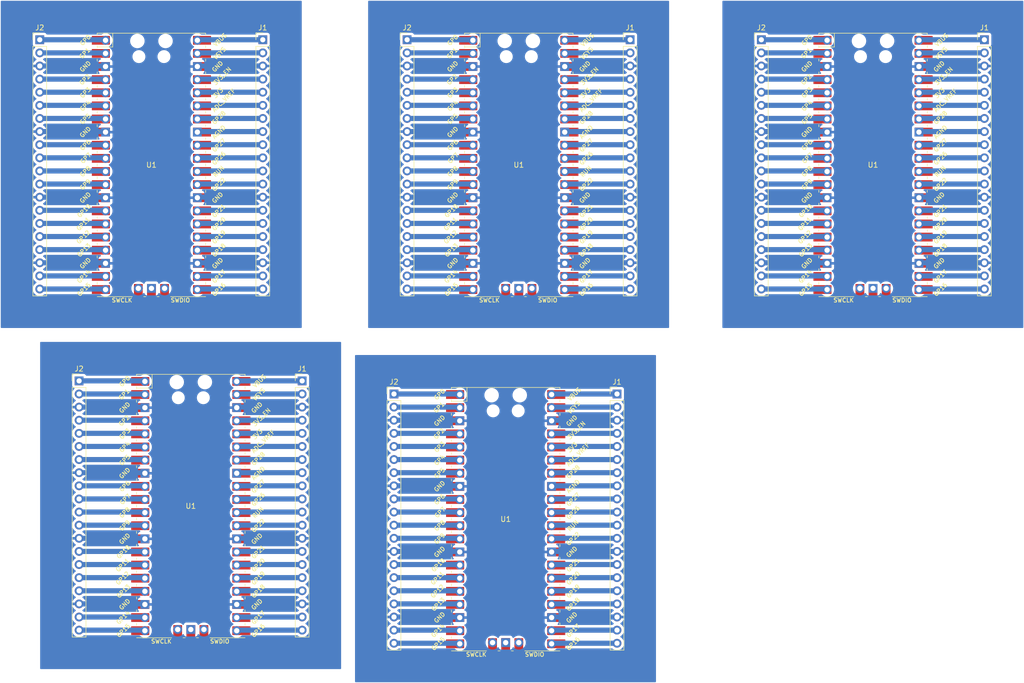
<source format=kicad_pcb>
(kicad_pcb (version 20221018) (generator pcbnew)
  (layers (0 "F.Cu" signal) (31 "B.Cu" signal) (34 "B.Paste" user) (35 "F.Paste" user) (36 "B.SilkS" user "B.Silkscreen") (37 "F.SilkS" user "F.Silkscreen") (38 "B.Mask" user) (39 "F.Mask" user) (44 "Edge.Cuts" user))
  (net 0 "")
  (net 1 "Net-(J1-Pin_1)")
  (net 2 "Net-(J1-Pin_2)")
  (net 3 "Net-(J1-Pin_4)")
  (net 4 "Net-(J1-Pin_5)")
  (net 5 "Net-(J1-Pin_6)")
  (net 6 "Net-(J1-Pin_7)")
  (net 7 "Net-(J1-Pin_8)")
  (net 8 "Net-(J1-Pin_9)")
  (net 9 "Net-(J1-Pin_10)")
  (net 10 "Net-(J1-Pin_11)")
  (net 11 "Net-(J1-Pin_12)")
  (net 12 "Net-(J1-Pin_14)")
  (net 13 "Net-(J1-Pin_15)")
  (net 14 "Net-(J1-Pin_16)")
  (net 15 "Net-(J1-Pin_17)")
  (net 16 "Net-(J1-Pin_20)")
  (net 17 "Net-(J2-Pin_1)")
  (net 18 "Net-(J2-Pin_2)")
  (net 19 "Net-(J2-Pin_4)")
  (net 20 "Net-(J2-Pin_5)")
  (net 21 "Net-(J2-Pin_6)")
  (net 22 "Net-(J2-Pin_7)")
  (net 23 "Net-(J2-Pin_9)")
  (net 24 "Net-(J2-Pin_10)")
  (net 25 "Net-(J2-Pin_11)")
  (net 26 "Net-(J2-Pin_12)")
  (net 27 "Net-(J2-Pin_14)")
  (net 28 "Net-(J2-Pin_15)")
  (net 29 "Net-(J2-Pin_16)")
  (net 30 "Net-(J2-Pin_17)")
  (net 31 "Net-(J2-Pin_19)")
  (net 32 "Net-(J2-Pin_20)")
  (net 37 "GND")
  (footprint "Connector_PinHeader_2.54mm:PinHeader_1x20_P2.54mm_Vertical" (layer "F.Cu") (at 99.06 53.34)
    (fp_text reference "J1")
    (fp_text value "Conn_01x20")
  )
  (footprint "Connector_PinHeader_2.54mm:PinHeader_1x20_P2.54mm_Vertical" (layer "F.Cu") (at 127 53.34)
    (fp_text reference "J2")
    (fp_text value "Conn_01x20")
  )
  (footprint "RPi_Pico:RPi_Pico_SMD_TH" (layer "F.Cu") (at 217.205 77.575)
    (fp_text reference "U1")
    (fp_text value "Pico")
  )
  (footprint "RPi_Pico:RPi_Pico_SMD_TH" (layer "F.Cu") (at 85.125 143.615)
    (fp_text reference "U1")
    (fp_text value "Pico")
  )
  (footprint "Connector_PinHeader_2.54mm:PinHeader_1x20_P2.54mm_Vertical" (layer "F.Cu") (at 170.18 53.34)
    (fp_text reference "J1")
    (fp_text value "Conn_01x20")
  )
  (footprint "Connector_PinHeader_2.54mm:PinHeader_1x20_P2.54mm_Vertical" (layer "F.Cu") (at 106.68 119.38)
    (fp_text reference "J1")
    (fp_text value "Conn_01x20")
  )
  (footprint "RPi_Pico:RPi_Pico_SMD_TH" (layer "F.Cu") (at 77.505 77.575)
    (fp_text reference "U1")
    (fp_text value "Pico")
  )
  (footprint "RPi_Pico:RPi_Pico_SMD_TH" (layer "F.Cu") (at 146.085 146.155)
    (fp_text reference "U1")
    (fp_text value "Pico")
  )
  (footprint "Connector_PinHeader_2.54mm:PinHeader_1x20_P2.54mm_Vertical" (layer "F.Cu") (at 195.58 53.34)
    (fp_text reference "J2")
    (fp_text value "Conn_01x20")
  )
  (footprint "Connector_PinHeader_2.54mm:PinHeader_1x20_P2.54mm_Vertical" (layer "F.Cu") (at 63.5 119.38)
    (fp_text reference "J2")
    (fp_text value "Conn_01x20")
  )
  (footprint "Connector_PinHeader_2.54mm:PinHeader_1x20_P2.54mm_Vertical" (layer "F.Cu") (at 124.46 121.92)
    (fp_text reference "J2")
    (fp_text value "Conn_01x20")
  )
  (footprint "Connector_PinHeader_2.54mm:PinHeader_1x20_P2.54mm_Vertical" (layer "F.Cu") (at 55.88 53.34)
    (fp_text reference "J2")
    (fp_text value "Conn_01x20")
  )
  (footprint "RPi_Pico:RPi_Pico_SMD_TH" (layer "F.Cu") (at 148.625 77.575)
    (fp_text reference "U1")
    (fp_text value "Pico")
  )
  (footprint "Connector_PinHeader_2.54mm:PinHeader_1x20_P2.54mm_Vertical" (layer "F.Cu") (at 238.76 53.34)
    (fp_text reference "J1")
    (fp_text value "Conn_01x20")
  )
  (footprint "Connector_PinHeader_2.54mm:PinHeader_1x20_P2.54mm_Vertical" (layer "F.Cu") (at 167.64 121.92)
    (fp_text reference "J1")
    (fp_text value "Conn_01x20")
  )
  (segment (start 155.08 167.64) (end 167.64 167.64) (width 1) (layer "B.Cu") (net 0))
  (segment (start 94.015 165.205) (end 94.12 165.1) (width 1) (layer "B.Cu") (net 0))
  (segment (start 157.62 99.06) (end 170.18 99.06) (width 1) (layer "B.Cu") (net 0))
  (segment (start 226.095 99.165) (end 226.2 99.06) (width 1) (layer "B.Cu") (net 0))
  (segment (start 226.2 99.06) (end 238.76 99.06) (width 1) (layer "B.Cu") (net 0))
  (segment (start 94.12 165.1) (end 106.68 165.1) (width 1) (layer "B.Cu") (net 0))
  (segment (start 86.5 99.06) (end 99.06 99.06) (width 1) (layer "B.Cu") (net 0))
  (segment (start 86.395 99.165) (end 86.5 99.06) (width 1) (layer "B.Cu") (net 0))
  (segment (start 154.975 167.745) (end 155.08 167.64) (width 1) (layer "B.Cu") (net 0))
  (segment (start 157.515 99.165) (end 157.62 99.06) (width 1) (layer "B.Cu") (net 0))
  (segment (start 94.12 119.38) (end 106.68 119.38) (width 1) (layer "B.Cu") (net 1))
  (segment (start 154.975 122.025) (end 155.08 121.92) (width 1) (layer "B.Cu") (net 1))
  (segment (start 157.62 53.34) (end 170.18 53.34) (width 1) (layer "B.Cu") (net 1))
  (segment (start 226.095 53.445) (end 226.2 53.34) (width 1) (layer "B.Cu") (net 1))
  (segment (start 86.395 53.445) (end 86.5 53.34) (width 1) (layer "B.Cu") (net 1))
  (segment (start 155.08 121.92) (end 167.64 121.92) (width 1) (layer "B.Cu") (net 1))
  (segment (start 157.515 53.445) (end 157.62 53.34) (width 1) (layer "B.Cu") (net 1))
  (segment (start 86.5 53.34) (end 99.06 53.34) (width 1) (layer "B.Cu") (net 1))
  (segment (start 94.015 119.485) (end 94.12 119.38) (width 1) (layer "B.Cu") (net 1))
  (segment (start 226.2 53.34) (end 238.76 53.34) (width 1) (layer "B.Cu") (net 1))
  (segment (start 157.62 55.88) (end 170.18 55.88) (width 1) (layer "B.Cu") (net 2))
  (segment (start 86.5 55.88) (end 99.06 55.88) (width 1) (layer "B.Cu") (net 2))
  (segment (start 226.2 55.88) (end 238.76 55.88) (width 1) (layer "B.Cu") (net 2))
  (segment (start 154.975 124.565) (end 155.08 124.46) (width 1) (layer "B.Cu") (net 2))
  (segment (start 157.515 55.985) (end 157.62 55.88) (width 1) (layer "B.Cu") (net 2))
  (segment (start 226.095 55.985) (end 226.2 55.88) (width 1) (layer "B.Cu") (net 2))
  (segment (start 155.08 124.46) (end 167.64 124.46) (width 1) (layer "B.Cu") (net 2))
  (segment (start 94.12 121.92) (end 106.68 121.92) (width 1) (layer "B.Cu") (net 2))
  (segment (start 94.015 122.025) (end 94.12 121.92) (width 1) (layer "B.Cu") (net 2))
  (segment (start 86.395 55.985) (end 86.5 55.88) (width 1) (layer "B.Cu") (net 2))
  (segment (start 94.015 127.105) (end 94.12 127) (width 1) (layer "B.Cu") (net 3))
  (segment (start 155.08 129.54) (end 167.64 129.54) (width 1) (layer "B.Cu") (net 3))
  (segment (start 86.395 61.065) (end 86.5 60.96) (width 1) (layer "B.Cu") (net 3))
  (segment (start 226.2 60.96) (end 238.76 60.96) (width 1) (layer "B.Cu") (net 3))
  (segment (start 226.095 61.065) (end 226.2 60.96) (width 1) (layer "B.Cu") (net 3))
  (segment (start 154.975 129.645) (end 155.08 129.54) (width 1) (layer "B.Cu") (net 3))
  (segment (start 157.62 60.96) (end 170.18 60.96) (width 1) (layer "B.Cu") (net 3))
  (segment (start 86.5 60.96) (end 99.06 60.96) (width 1) (layer "B.Cu") (net 3))
  (segment (start 94.12 127) (end 106.68 127) (width 1) (layer "B.Cu") (net 3))
  (segment (start 157.515 61.065) (end 157.62 60.96) (width 1) (layer "B.Cu") (net 3))
  (segment (start 155.08 132.08) (end 167.64 132.08) (width 1) (layer "B.Cu") (net 4))
  (segment (start 226.2 63.5) (end 238.76 63.5) (width 1) (layer "B.Cu") (net 4))
  (segment (start 154.975 132.185) (end 155.08 132.08) (width 1) (layer "B.Cu") (net 4))
  (segment (start 86.395 63.605) (end 86.5 63.5) (width 1) (layer "B.Cu") (net 4))
  (segment (start 94.015 129.645) (end 94.12 129.54) (width 1) (layer "B.Cu") (net 4))
  (segment (start 226.095 63.605) (end 226.2 63.5) (width 1) (layer "B.Cu") (net 4))
  (segment (start 86.5 63.5) (end 99.06 63.5) (width 1) (layer "B.Cu") (net 4))
  (segment (start 157.515 63.605) (end 157.62 63.5) (width 1) (layer "B.Cu") (net 4))
  (segment (start 157.62 63.5) (end 170.18 63.5) (width 1) (layer "B.Cu") (net 4))
  (segment (start 94.12 129.54) (end 106.68 129.54) (width 1) (layer "B.Cu") (net 4))
  (segment (start 86.5 66.04) (end 99.06 66.04) (width 1) (layer "B.Cu") (net 5))
  (segment (start 226.095 66.145) (end 226.2 66.04) (width 1) (layer "B.Cu") (net 5))
  (segment (start 155.08 134.62) (end 167.64 134.62) (width 1) (layer "B.Cu") (net 5))
  (segment (start 94.12 132.08) (end 106.68 132.08) (width 1) (layer "B.Cu") (net 5))
  (segment (start 157.62 66.04) (end 170.18 66.04) (width 1) (layer "B.Cu") (net 5))
  (segment (start 157.515 66.145) (end 157.62 66.04) (width 1) (layer "B.Cu") (net 5))
  (segment (start 154.975 134.725) (end 155.08 134.62) (width 1) (layer "B.Cu") (net 5))
  (segment (start 226.2 66.04) (end 238.76 66.04) (width 1) (layer "B.Cu") (net 5))
  (segment (start 86.395 66.145) (end 86.5 66.04) (width 1) (layer "B.Cu") (net 5))
  (segment (start 94.015 132.185) (end 94.12 132.08) (width 1) (layer "B.Cu") (net 5))
  (segment (start 157.62 68.58) (end 170.18 68.58) (width 1) (layer "B.Cu") (net 6))
  (segment (start 157.515 68.685) (end 157.62 68.58) (width 1) (layer "B.Cu") (net 6))
  (segment (start 94.015 134.725) (end 94.12 134.62) (width 1) (layer "B.Cu") (net 6))
  (segment (start 155.08 137.16) (end 167.64 137.16) (width 1) (layer "B.Cu") (net 6))
  (segment (start 86.395 68.685) (end 86.5 68.58) (width 1) (layer "B.Cu") (net 6))
  (segment (start 86.5 68.58) (end 99.06 68.58) (width 1) (layer "B.Cu") (net 6))
  (segment (start 226.095 68.685) (end 226.2 68.58) (width 1) (layer "B.Cu") (net 6))
  (segment (start 154.975 137.265) (end 155.08 137.16) (width 1) (layer "B.Cu") (net 6))
  (segment (start 94.12 134.62) (end 106.68 134.62) (width 1) (layer "B.Cu") (net 6))
  (segment (start 226.2 68.58) (end 238.76 68.58) (width 1) (layer "B.Cu") (net 6))
  (segment (start 94.015 137.265) (end 94.12 137.16) (width 1) (layer "B.Cu") (net 7))
  (segment (start 157.515 71.225) (end 157.62 71.12) (width 1) (layer "B.Cu") (net 7))
  (segment (start 226.2 71.12) (end 238.76 71.12) (width 1) (layer "B.Cu") (net 7))
  (segment (start 154.975 139.805) (end 155.08 139.7) (width 1) (layer "B.Cu") (net 7))
  (segment (start 155.08 139.7) (end 167.64 139.7) (width 1) (layer "B.Cu") (net 7))
  (segment (start 94.12 137.16) (end 106.68 137.16) (width 1) (layer "B.Cu") (net 7))
  (segment (start 86.5 71.12) (end 99.06 71.12) (width 1) (layer "B.Cu") (net 7))
  (segment (start 226.095 71.225) (end 226.2 71.12) (width 1) (layer "B.Cu") (net 7))
  (segment (start 157.62 71.12) (end 170.18 71.12) (width 1) (layer "B.Cu") (net 7))
  (segment (start 86.395 71.225) (end 86.5 71.12) (width 1) (layer "B.Cu") (net 7))
  (segment (start 86.5 73.66) (end 99.06 73.66) (width 1) (layer "B.Cu") (net 8))
  (segment (start 94.12 139.7) (end 106.68 139.7) (width 1) (layer "B.Cu") (net 8))
  (segment (start 226.095 73.765) (end 226.2 73.66) (width 1) (layer "B.Cu") (net 8))
  (segment (start 94.015 139.805) (end 94.12 139.7) (width 1) (layer "B.Cu") (net 8))
  (segment (start 226.2 73.66) (end 238.76 73.66) (width 1) (layer "B.Cu") (net 8))
  (segment (start 157.62 73.66) (end 170.18 73.66) (width 1) (layer "B.Cu") (net 8))
  (segment (start 86.395 73.765) (end 86.5 73.66) (width 1) (layer "B.Cu") (net 8))
  (segment (start 155.08 142.24) (end 167.64 142.24) (width 1) (layer "B.Cu") (net 8))
  (segment (start 157.515 73.765) (end 157.62 73.66) (width 1) (layer "B.Cu") (net 8))
  (segment (start 154.975 142.345) (end 155.08 142.24) (width 1) (layer "B.Cu") (net 8))
  (segment (start 157.62 76.2) (end 170.18 76.2) (width 1) (layer "B.Cu") (net 9))
  (segment (start 86.395 76.305) (end 86.5 76.2) (width 1) (layer "B.Cu") (net 9))
  (segment (start 157.515 76.305) (end 157.62 76.2) (width 1) (layer "B.Cu") (net 9))
  (segment (start 155.08 144.78) (end 167.64 144.78) (width 1) (layer "B.Cu") (net 9))
  (segment (start 226.095 76.305) (end 226.2 76.2) (width 1) (layer "B.Cu") (net 9))
  (segment (start 94.12 142.24) (end 106.68 142.24) (width 1) (layer "B.Cu") (net 9))
  (segment (start 94.015 142.345) (end 94.12 142.24) (width 1) (layer "B.Cu") (net 9))
  (segment (start 226.2 76.2) (end 238.76 76.2) (width 1) (layer "B.Cu") (net 9))
  (segment (start 86.5 76.2) (end 99.06 76.2) (width 1) (layer "B.Cu") (net 9))
  (segment (start 154.975 144.885) (end 155.08 144.78) (width 1) (layer "B.Cu") (net 9))
  (segment (start 86.395 78.845) (end 86.5 78.74) (width 1) (layer "B.Cu") (net 10))
  (segment (start 86.5 78.74) (end 99.06 78.74) (width 1) (layer "B.Cu") (net 10))
  (segment (start 94.12 144.78) (end 106.68 144.78) (width 1) (layer "B.Cu") (net 10))
  (segment (start 157.62 78.74) (end 170.18 78.74) (width 1) (layer "B.Cu") (net 10))
  (segment (start 155.08 147.32) (end 167.64 147.32) (width 1) (layer "B.Cu") (net 10))
  (segment (start 157.515 78.845) (end 157.62 78.74) (width 1) (layer "B.Cu") (net 10))
  (segment (start 226.095 78.845) (end 226.2 78.74) (width 1) (layer "B.Cu") (net 10))
  (segment (start 226.2 78.74) (end 238.76 78.74) (width 1) (layer "B.Cu") (net 10))
  (segment (start 154.975 147.425) (end 155.08 147.32) (width 1) (layer "B.Cu") (net 10))
  (segment (start 94.015 144.885) (end 94.12 144.78) (width 1) (layer "B.Cu") (net 10))
  (segment (start 157.515 81.385) (end 157.62 81.28) (width 1) (layer "B.Cu") (net 11))
  (segment (start 226.095 81.385) (end 226.2 81.28) (width 1) (layer "B.Cu") (net 11))
  (segment (start 94.015 147.425) (end 94.12 147.32) (width 1) (layer "B.Cu") (net 11))
  (segment (start 94.12 147.32) (end 106.68 147.32) (width 1) (layer "B.Cu") (net 11))
  (segment (start 154.975 149.965) (end 155.08 149.86) (width 1) (layer "B.Cu") (net 11))
  (segment (start 155.08 149.86) (end 167.64 149.86) (width 1) (layer "B.Cu") (net 11))
  (segment (start 157.62 81.28) (end 170.18 81.28) (width 1) (layer "B.Cu") (net 11))
  (segment (start 86.395 81.385) (end 86.5 81.28) (width 1) (layer "B.Cu") (net 11))
  (segment (start 226.2 81.28) (end 238.76 81.28) (width 1) (layer "B.Cu") (net 11))
  (segment (start 86.5 81.28) (end 99.06 81.28) (width 1) (layer "B.Cu") (net 11))
  (segment (start 155.08 154.94) (end 167.64 154.94) (width 1) (layer "B.Cu") (net 12))
  (segment (start 86.5 86.36) (end 99.06 86.36) (width 1) (layer "B.Cu") (net 12))
  (segment (start 226.2 86.36) (end 238.76 86.36) (width 1) (layer "B.Cu") (net 12))
  (segment (start 154.975 155.045) (end 155.08 154.94) (width 1) (layer "B.Cu") (net 12))
  (segment (start 157.515 86.465) (end 157.62 86.36) (width 1) (layer "B.Cu") (net 12))
  (segment (start 226.095 86.465) (end 226.2 86.36) (width 1) (layer "B.Cu") (net 12))
  (segment (start 94.12 152.4) (end 106.68 152.4) (width 1) (layer "B.Cu") (net 12))
  (segment (start 86.395 86.465) (end 86.5 86.36) (width 1) (layer "B.Cu") (net 12))
  (segment (start 157.62 86.36) (end 170.18 86.36) (width 1) (layer "B.Cu") (net 12))
  (segment (start 94.015 152.505) (end 94.12 152.4) (width 1) (layer "B.Cu") (net 12))
  (segment (start 94.015 155.045) (end 94.12 154.94) (width 1) (layer "B.Cu") (net 13))
  (segment (start 154.975 157.585) (end 155.08 157.48) (width 1) (layer "B.Cu") (net 13))
  (segment (start 86.395 89.005) (end 86.5 88.9) (width 1) (layer "B.Cu") (net 13))
  (segment (start 226.2 88.9) (end 238.76 88.9) (width 1) (layer "B.Cu") (net 13))
  (segment (start 155.08 157.48) (end 167.64 157.48) (width 1) (layer "B.Cu") (net 13))
  (segment (start 157.62 88.9) (end 170.18 88.9) (width 1) (layer "B.Cu") (net 13))
  (segment (start 94.12 154.94) (end 106.68 154.94) (width 1) (layer "B.Cu") (net 13))
  (segment (start 157.515 89.005) (end 157.62 88.9) (width 1) (layer "B.Cu") (net 13))
  (segment (start 226.095 89.005) (end 226.2 88.9) (width 1) (layer "B.Cu") (net 13))
  (segment (start 86.5 88.9) (end 99.06 88.9) (width 1) (layer "B.Cu") (net 13))
  (segment (start 157.515 91.545) (end 157.62 91.44) (width 1) (layer "B.Cu") (net 14))
  (segment (start 94.12 157.48) (end 106.68 157.48) (width 1) (layer "B.Cu") (net 14))
  (segment (start 226.2 91.44) (end 238.76 91.44) (width 1) (layer "B.Cu") (net 14))
  (segment (start 157.62 91.44) (end 170.18 91.44) (width 1) (layer "B.Cu") (net 14))
  (segment (start 226.095 91.545) (end 226.2 91.44) (width 1) (layer "B.Cu") (net 14))
  (segment (start 86.395 91.545) (end 86.5 91.44) (width 1) (layer "B.Cu") (net 14))
  (segment (start 86.5 91.44) (end 99.06 91.44) (width 1) (layer "B.Cu") (net 14))
  (segment (start 154.975 160.125) (end 155.08 160.02) (width 1) (layer "B.Cu") (net 14))
  (segment (start 94.015 157.585) (end 94.12 157.48) (width 1) (layer "B.Cu") (net 14))
  (segment (start 155.08 160.02) (end 167.64 160.02) (width 1) (layer "B.Cu") (net 14))
  (segment (start 154.975 162.665) (end 155.08 162.56) (width 1) (layer "B.Cu") (net 15))
  (segment (start 157.515 94.085) (end 157.62 93.98) (width 1) (layer "B.Cu") (net 15))
  (segment (start 94.12 160.02) (end 106.68 160.02) (width 1) (layer "B.Cu") (net 15))
  (segment (start 226.095 94.085) (end 226.2 93.98) (width 1) (layer "B.Cu") (net 15))
  (segment (start 94.015 160.125) (end 94.12 160.02) (width 1) (layer "B.Cu") (net 15))
  (segment (start 157.62 93.98) (end 170.18 93.98) (width 1) (layer "B.Cu") (net 15))
  (segment (start 155.08 162.56) (end 167.64 162.56) (width 1) (layer "B.Cu") (net 15))
  (segment (start 86.395 94.085) (end 86.5 93.98) (width 1) (layer "B.Cu") (net 15))
  (segment (start 86.5 93.98) (end 99.06 93.98) (width 1) (layer "B.Cu") (net 15))
  (segment (start 226.2 93.98) (end 238.76 93.98) (width 1) (layer "B.Cu") (net 15))
  (segment (start 157.515 101.705) (end 157.62 101.6) (width 1) (layer "B.Cu") (net 16))
  (segment (start 157.62 101.6) (end 170.18 101.6) (width 1) (layer "B.Cu") (net 16))
  (segment (start 155.08 170.18) (end 167.64 170.18) (width 1) (layer "B.Cu") (net 16))
  (segment (start 226.095 101.705) (end 226.2 101.6) (width 1) (layer "B.Cu") (net 16))
  (segment (start 94.015 167.745) (end 94.12 167.64) (width 1) (layer "B.Cu") (net 16))
  (segment (start 86.5 101.6) (end 99.06 101.6) (width 1) (layer "B.Cu") (net 16))
  (segment (start 154.975 170.285) (end 155.08 170.18) (width 1) (layer "B.Cu") (net 16))
  (segment (start 94.12 167.64) (end 106.68 167.64) (width 1) (layer "B.Cu") (net 16))
  (segment (start 226.2 101.6) (end 238.76 101.6) (width 1) (layer "B.Cu") (net 16))
  (segment (start 86.395 101.705) (end 86.5 101.6) (width 1) (layer "B.Cu") (net 16))
  (segment (start 63.5 119.38) (end 76.2 119.38) (width 1) (layer "B.Cu") (net 17))
  (segment (start 76.2 119.45) (end 76.235 119.485) (width 1) (layer "B.Cu") (net 17))
  (segment (start 137.16 121.92) (end 137.16 121.99) (width 1) (layer "B.Cu") (net 17))
  (segment (start 208.28 53.34) (end 208.28 53.41) (width 1) (layer "B.Cu") (net 17))
  (segment (start 195.58 53.34) (end 208.28 53.34) (width 1) (layer "B.Cu") (net 17))
  (segment (start 68.58 53.34) (end 68.58 53.41) (width 1) (layer "B.Cu") (net 17))
  (segment (start 139.7 53.34) (end 139.7 53.41) (width 1) (layer "B.Cu") (net 17))
  (segment (start 68.58 53.41) (end 68.615 53.445) (width 1) (layer "B.Cu") (net 17))
  (segment (start 127 53.34) (end 139.7 53.34) (width 1) (layer "B.Cu") (net 17))
  (segment (start 76.2 119.38) (end 76.2 119.45) (width 1) (layer "B.Cu") (net 17))
  (segment (start 124.46 121.92) (end 137.16 121.92) (width 1) (layer "B.Cu") (net 17))
  (segment (start 55.88 53.34) (end 68.58 53.34) (width 1) (layer "B.Cu") (net 17))
  (segment (start 139.7 53.41) (end 139.735 53.445) (width 1) (layer "B.Cu") (net 17))
  (segment (start 137.16 121.99) (end 137.195 122.025) (width 1) (layer "B.Cu") (net 17))
  (segment (start 208.28 53.41) (end 208.315 53.445) (width 1) (layer "B.Cu") (net 17))
  (segment (start 208.21 55.88) (end 208.315 55.985) (width 1) (layer "B.Cu") (net 18))
  (segment (start 124.46 124.46) (end 137.09 124.46) (width 1) (layer "B.Cu") (net 18))
  (segment (start 137.09 124.46) (end 137.195 124.565) (width 1) (layer "B.Cu") (net 18))
  (segment (start 195.58 55.88) (end 208.21 55.88) (width 1) (layer "B.Cu") (net 18))
  (segment (start 76.13 121.92) (end 76.235 122.025) (width 1) (layer "B.Cu") (net 18))
  (segment (start 55.88 55.88) (end 68.51 55.88) (width 1) (layer "B.Cu") (net 18))
  (segment (start 139.63 55.88) (end 139.735 55.985) (width 1) (layer "B.Cu") (net 18))
  (segment (start 63.5 121.92) (end 76.13 121.92) (width 1) (layer "B.Cu") (net 18))
  (segment (start 68.51 55.88) (end 68.615 55.985) (width 1) (layer "B.Cu") (net 18))
  (segment (start 127 55.88) (end 139.63 55.88) (width 1) (layer "B.Cu") (net 18))
  (segment (start 195.58 60.96) (end 208.21 60.96) (width 1) (layer "B.Cu") (net 19))
  (segment (start 68.51 60.96) (end 68.615 61.065) (width 1) (layer "B.Cu") (net 19))
  (segment (start 127 60.96) (end 139.63 60.96) (width 1) (layer "B.Cu") (net 19))
  (segment (start 63.5 127) (end 76.13 127) (width 1) (layer "B.Cu") (net 19))
  (segment (start 76.13 127) (end 76.235 127.105) (width 1) (layer "B.Cu") (net 19))
  (segment (start 55.88 60.96) (end 68.51 60.96) (width 1) (layer "B.Cu") (net 19))
  (segment (start 208.21 60.96) (end 208.315 61.065) (width 1) (layer "B.Cu") (net 19))
  (segment (start 137.09 129.54) (end 137.195 129.645) (width 1) (layer "B.Cu") (net 19))
  (segment (start 139.63 60.96) (end 139.735 61.065) (width 1) (layer "B.Cu") (net 19))
  (segment (start 124.46 129.54) (end 137.09 129.54) (width 1) (layer "B.Cu") (net 19))
  (segment (start 139.7 63.57) (end 139.735 63.605) (width 1) (layer "B.Cu") (net 20))
  (segment (start 139.7 63.5) (end 139.7 63.57) (width 1) (layer "B.Cu") (net 20))
  (segment (start 76.2 129.54) (end 76.2 129.61) (width 1) (layer "B.Cu") (net 20))
  (segment (start 68.58 63.5) (end 68.58 63.57) (width 1) (layer "B.Cu") (net 20))
  (segment (start 195.58 63.5) (end 208.28 63.5) (width 1) (layer "B.Cu") (net 20))
  (segment (start 76.2 129.61) (end 76.235 129.645) (width 1) (layer "B.Cu") (net 20))
  (segment (start 63.5 129.54) (end 76.2 129.54) (width 1) (layer "B.Cu") (net 20))
  (segment (start 208.28 63.5) (end 208.28 63.57) (width 1) (layer "B.Cu") (net 20))
  (segment (start 124.46 132.08) (end 137.16 132.08) (width 1) (layer "B.Cu") (net 20))
  (segment (start 137.16 132.15) (end 137.195 132.185) (width 1) (layer "B.Cu") (net 20))
  (segment (start 68.58 63.57) (end 68.615 63.605) (width 1) (layer "B.Cu") (net 20))
  (segment (start 208.28 63.57) (end 208.315 63.605) (width 1) (layer "B.Cu") (net 20))
  (segment (start 127 63.5) (end 139.7 63.5) (width 1) (layer "B.Cu") (net 20))
  (segment (start 137.16 132.08) (end 137.16 132.15) (width 1) (layer "B.Cu") (net 20))
  (segment (start 55.88 63.5) (end 68.58 63.5) (width 1) (layer "B.Cu") (net 20))
  (segment (start 137.09 134.62) (end 137.195 134.725) (width 1) (layer "B.Cu") (net 21))
  (segment (start 195.58 66.04) (end 208.21 66.04) (width 1) (layer "B.Cu") (net 21))
  (segment (start 68.51 66.04) (end 68.615 66.145) (width 1) (layer "B.Cu") (net 21))
  (segment (start 63.5 132.08) (end 76.13 132.08) (width 1) (layer "B.Cu") (net 21))
  (segment (start 208.21 66.04) (end 208.315 66.145) (width 1) (layer "B.Cu") (net 21))
  (segment (start 76.13 132.08) (end 76.235 132.185) (width 1) (layer "B.Cu") (net 21))
  (segment (start 55.88 66.04) (end 68.51 66.04) (width 1) (layer "B.Cu") (net 21))
  (segment (start 127 66.04) (end 139.63 66.04) (width 1) (layer "B.Cu") (net 21))
  (segment (start 139.63 66.04) (end 139.735 66.145) (width 1) (layer "B.Cu") (net 21))
  (segment (start 124.46 134.62) (end 137.09 134.62) (width 1) (layer "B.Cu") (net 21))
  (segment (start 195.58 68.58) (end 208.21 68.58) (width 1) (layer "B.Cu") (net 22))
  (segment (start 55.88 68.58) (end 68.51 68.58) (width 1) (layer "B.Cu") (net 22))
  (segment (start 139.63 68.58) (end 139.735 68.685) (width 1) (layer "B.Cu") (net 22))
  (segment (start 76.13 134.62) (end 76.235 134.725) (width 1) (layer "B.Cu") (net 22))
  (segment (start 124.46 137.16) (end 137.09 137.16) (width 1) (layer "B.Cu") (net 22))
  (segment (start 137.09 137.16) (end 137.195 137.265) (width 1) (layer "B.Cu") (net 22))
  (segment (start 63.5 134.62) (end 76.13 134.62) (width 1) (layer "B.Cu") (net 22))
  (segment (start 68.51 68.58) (end 68.615 68.685) (width 1) (layer "B.Cu") (net 22))
  (segment (start 208.21 68.58) (end 208.315 68.685) (width 1) (layer "B.Cu") (net 22))
  (segment (start 127 68.58) (end 139.63 68.58) (width 1) (layer "B.Cu") (net 22))
  (segment (start 124.46 142.24) (end 137.09 142.24) (width 1) (layer "B.Cu") (net 23))
  (segment (start 137.09 142.24) (end 137.195 142.345) (width 1) (layer "B.Cu") (net 23))
  (segment (start 76.13 139.7) (end 76.235 139.805) (width 1) (layer "B.Cu") (net 23))
  (segment (start 63.5 139.7) (end 76.13 139.7) (width 1) (layer "B.Cu") (net 23))
  (segment (start 68.51 73.66) (end 68.615 73.765) (width 1) (layer "B.Cu") (net 23))
  (segment (start 208.21 73.66) (end 208.315 73.765) (width 1) (layer "B.Cu") (net 23))
  (segment (start 195.58 73.66) (end 208.21 73.66) (width 1) (layer "B.Cu") (net 23))
  (segment (start 127 73.66) (end 139.63 73.66) (width 1) (layer "B.Cu") (net 23))
  (segment (start 55.88 73.66) (end 68.51 73.66) (width 1) (layer "B.Cu") (net 23))
  (segment (start 139.63 73.66) (end 139.735 73.765) (width 1) (layer "B.Cu") (net 23))
  (segment (start 137.09 144.78) (end 137.195 144.885) (width 1) (layer "B.Cu") (net 24))
  (segment (start 208.21 76.2) (end 208.315 76.305) (width 1) (layer "B.Cu") (net 24))
  (segment (start 124.46 144.78) (end 137.09 144.78) (width 1) (layer "B.Cu") (net 24))
  (segment (start 63.5 142.24) (end 76.13 142.24) (width 1) (layer "B.Cu") (net 24))
  (segment (start 76.13 142.24) (end 76.235 142.345) (width 1) (layer "B.Cu") (net 24))
  (segment (start 68.51 76.2) (end 68.615 76.305) (width 1) (layer "B.Cu") (net 24))
  (segment (start 55.88 76.2) (end 68.51 76.2) (width 1) (layer "B.Cu") (net 24))
  (segment (start 139.63 76.2) (end 139.735 76.305) (width 1) (layer "B.Cu") (net 24))
  (segment (start 127 76.2) (end 139.63 76.2) (width 1) (layer "B.Cu") (net 24))
  (segment (start 195.58 76.2) (end 208.21 76.2) (width 1) (layer "B.Cu") (net 24))
  (segment (start 55.88 78.74) (end 68.51 78.74) (width 1) (layer "B.Cu") (net 25))
  (segment (start 127 78.74) (end 139.63 78.74) (width 1) (layer "B.Cu") (net 25))
  (segment (start 63.5 144.78) (end 76.13 144.78) (width 1) (layer "B.Cu") (net 25))
  (segment (start 195.58 78.74) (end 208.21 78.74) (width 1) (layer "B.Cu") (net 25))
  (segment (start 68.51 78.74) (end 68.615 78.845) (width 1) (layer "B.Cu") (net 25))
  (segment (start 76.13 144.78) (end 76.235 144.885) (width 1) (layer "B.Cu") (net 25))
  (segment (start 124.46 147.32) (end 137.09 147.32) (width 1) (layer "B.Cu") (net 25))
  (segment (start 137.09 147.32) (end 137.195 147.425) (width 1) (layer "B.Cu") (net 25))
  (segment (start 208.21 78.74) (end 208.315 78.845) (width 1) (layer "B.Cu") (net 25))
  (segment (start 139.63 78.74) (end 139.735 78.845) (width 1) (layer "B.Cu") (net 25))
  (segment (start 137.09 149.86) (end 137.195 149.965) (width 1) (layer "B.Cu") (net 26))
  (segment (start 208.21 81.28) (end 208.315 81.385) (width 1) (layer "B.Cu") (net 26))
  (segment (start 139.63 81.28) (end 139.735 81.385) (width 1) (layer "B.Cu") (net 26))
  (segment (start 124.46 149.86) (end 137.09 149.86) (width 1) (layer "B.Cu") (net 26))
  (segment (start 68.51 81.28) (end 68.615 81.385) (width 1) (layer "B.Cu") (net 26))
  (segment (start 63.5 147.32) (end 76.13 147.32) (width 1) (layer "B.Cu") (net 26))
  (segment (start 76.13 147.32) (end 76.235 147.425) (width 1) (layer "B.Cu") (net 26))
  (segment (start 55.88 81.28) (end 68.51 81.28) (width 1) (layer "B.Cu") (net 26))
  (segment (start 195.58 81.28) (end 208.21 81.28) (width 1) (layer "B.Cu") (net 26))
  (segment (start 127 81.28) (end 139.63 81.28) (width 1) (layer "B.Cu") (net 26))
  (segment (start 63.5 152.4) (end 76.13 152.4) (width 1) (layer "B.Cu") (net 27))
  (segment (start 55.88 86.36) (end 68.51 86.36) (width 1) (layer "B.Cu") (net 27))
  (segment (start 124.46 154.94) (end 137.09 154.94) (width 1) (layer "B.Cu") (net 27))
  (segment (start 195.58 86.36) (end 208.21 86.36) (width 1) (layer "B.Cu") (net 27))
  (segment (start 127 86.36) (end 139.63 86.36) (width 1) (layer "B.Cu") (net 27))
  (segment (start 208.21 86.36) (end 208.315 86.465) (width 1) (layer "B.Cu") (net 27))
  (segment (start 76.13 152.4) (end 76.235 152.505) (width 1) (layer "B.Cu") (net 27))
  (segment (start 68.51 86.36) (end 68.615 86.465) (width 1) (layer "B.Cu") (net 27))
  (segment (start 139.63 86.36) (end 139.735 86.465) (width 1) (layer "B.Cu") (net 27))
  (segment (start 137.09 154.94) (end 137.195 155.045) (width 1) (layer "B.Cu") (net 27))
  (segment (start 55.88 88.9) (end 68.51 88.9) (width 1) (layer "B.Cu") (net 28))
  (segment (start 208.21 88.9) (end 208.315 89.005) (width 1) (layer "B.Cu") (net 28))
  (segment (start 195.58 88.9) (end 208.21 88.9) (width 1) (layer "B.Cu") (net 28))
  (segment (start 63.5 154.94) (end 76.13 154.94) (width 1) (layer "B.Cu") (net 28))
  (segment (start 127 88.9) (end 139.63 88.9) (width 1) (layer "B.Cu") (net 28))
  (segment (start 76.13 154.94) (end 76.235 155.045) (width 1) (layer "B.Cu") (net 28))
  (segment (start 137.09 157.48) (end 137.195 157.585) (width 1) (layer "B.Cu") (net 28))
  (segment (start 139.63 88.9) (end 139.735 89.005) (width 1) (layer "B.Cu") (net 28))
  (segment (start 124.46 157.48) (end 137.09 157.48) (width 1) (layer "B.Cu") (net 28))
  (segment (start 68.51 88.9) (end 68.615 89.005) (width 1) (layer "B.Cu") (net 28))
  (segment (start 195.58 91.44) (end 208.21 91.44) (width 1) (layer "B.Cu") (net 29))
  (segment (start 137.09 160.02) (end 137.195 160.125) (width 1) (layer "B.Cu") (net 29))
  (segment (start 63.5 157.48) (end 76.13 157.48) (width 1) (layer "B.Cu") (net 29))
  (segment (start 76.13 157.48) (end 76.235 157.585) (width 1) (layer "B.Cu") (net 29))
  (segment (start 124.46 160.02) (end 137.09 160.02) (width 1) (layer "B.Cu") (net 29))
  (segment (start 68.51 91.44) (end 68.615 91.545) (width 1) (layer "B.Cu") (net 29))
  (segment (start 139.63 91.44) (end 139.735 91.545) (width 1) (layer "B.Cu") (net 29))
  (segment (start 127 91.44) (end 139.63 91.44) (width 1) (layer "B.Cu") (net 29))
  (segment (start 55.88 91.44) (end 68.51 91.44) (width 1) (layer "B.Cu") (net 29))
  (segment (start 208.21 91.44) (end 208.315 91.545) (width 1) (layer "B.Cu") (net 29))
  (segment (start 139.63 93.98) (end 139.735 94.085) (width 1) (layer "B.Cu") (net 30))
  (segment (start 55.88 93.98) (end 68.51 93.98) (width 1) (layer "B.Cu") (net 30))
  (segment (start 68.51 93.98) (end 68.615 94.085) (width 1) (layer "B.Cu") (net 30))
  (segment (start 63.5 160.02) (end 76.13 160.02) (width 1) (layer "B.Cu") (net 30))
  (segment (start 124.46 162.56) (end 137.09 162.56) (width 1) (layer "B.Cu") (net 30))
  (segment (start 127 93.98) (end 139.63 93.98) (width 1) (layer "B.Cu") (net 30))
  (segment (start 208.21 93.98) (end 208.315 94.085) (width 1) (layer "B.Cu") (net 30))
  (segment (start 195.58 93.98) (end 208.21 93.98) (width 1) (layer "B.Cu") (net 30))
  (segment (start 137.09 162.56) (end 137.195 162.665) (width 1) (layer "B.Cu") (net 30))
  (segment (start 76.13 160.02) (end 76.235 160.125) (width 1) (layer "B.Cu") (net 30))
  (segment (start 127 99.06) (end 139.63 99.06) (width 1) (layer "B.Cu") (net 31))
  (segment (start 208.21 99.06) (end 208.315 99.165) (width 1) (layer "B.Cu") (net 31))
  (segment (start 68.51 99.06) (end 68.615 99.165) (width 1) (layer "B.Cu") (net 31))
  (segment (start 137.09 167.64) (end 137.195 167.745) (width 1) (layer "B.Cu") (net 31))
  (segment (start 139.63 99.06) (end 139.735 99.165) (width 1) (layer "B.Cu") (net 31))
  (segment (start 63.5 165.1) (end 76.13 165.1) (width 1) (layer "B.Cu") (net 31))
  (segment (start 195.58 99.06) (end 208.21 99.06) (width 1) (layer "B.Cu") (net 31))
  (segment (start 76.13 165.1) (end 76.235 165.205) (width 1) (layer "B.Cu") (net 31))
  (segment (start 124.46 167.64) (end 137.09 167.64) (width 1) (layer "B.Cu") (net 31))
  (segment (start 55.88 99.06) (end 68.51 99.06) (width 1) (layer "B.Cu") (net 31))
  (segment (start 137.09 170.18) (end 137.195 170.285) (width 1) (layer "B.Cu") (net 32))
  (segment (start 139.63 101.6) (end 139.735 101.705) (width 1) (layer "B.Cu") (net 32))
  (segment (start 55.88 101.6) (end 68.51 101.6) (width 1) (layer "B.Cu") (net 32))
  (segment (start 124.46 170.18) (end 137.09 170.18) (width 1) (layer "B.Cu") (net 32))
  (segment (start 127 101.6) (end 139.63 101.6) (width 1) (layer "B.Cu") (net 32))
  (segment (start 68.51 101.6) (end 68.615 101.705) (width 1) (layer "B.Cu") (net 32))
  (segment (start 76.13 167.64) (end 76.235 167.745) (width 1) (layer "B.Cu") (net 32))
  (segment (start 208.21 101.6) (end 208.315 101.705) (width 1) (layer "B.Cu") (net 32))
  (segment (start 195.58 101.6) (end 208.21 101.6) (width 1) (layer "B.Cu") (net 32))
  (segment (start 63.5 167.64) (end 76.13 167.64) (width 1) (layer "B.Cu") (net 32))
  (segment (start 157.515 96.625) (end 157.62 96.52) (width 1) (layer "B.Cu") (net 37))
  (segment (start 155.08 152.4) (end 167.64 152.4) (width 1) (layer "B.Cu") (net 37))
  (segment (start 226.095 83.925) (end 226.2 83.82) (width 1) (layer "B.Cu") (net 37))
  (segment (start 68.51 71.12) (end 68.615 71.225) (width 1) (layer "B.Cu") (net 37))
  (segment (start 155.08 165.1) (end 167.64 165.1) (width 1) (layer "B.Cu") (net 37))
  (segment (start 86.5 58.42) (end 99.06 58.42) (width 1) (layer "B.Cu") (net 37))
  (segment (start 127 96.52) (end 139.63 96.52) (width 1) (layer "B.Cu") (net 37))
  (segment (start 127 58.42) (end 139.63 58.42) (width 1) (layer "B.Cu") (net 37))
  (segment (start 154.975 127.105) (end 155.08 127) (width 1) (layer "B.Cu") (net 37))
  (segment (start 124.46 152.4) (end 137.09 152.4) (width 1) (layer "B.Cu") (net 37))
  (segment (start 68.51 58.42) (end 68.615 58.525) (width 1) (layer "B.Cu") (net 37))
  (segment (start 76.13 137.16) (end 76.235 137.265) (width 1) (layer "B.Cu") (net 37))
  (segment (start 139.63 71.12) (end 139.735 71.225) (width 1) (layer "B.Cu") (net 37))
  (segment (start 86.5 96.52) (end 99.06 96.52) (width 1) (layer "B.Cu") (net 37))
  (segment (start 139.63 83.82) (end 139.735 83.925) (width 1) (layer "B.Cu") (net 37))
  (segment (start 154.975 152.505) (end 155.08 152.4) (width 1) (layer "B.Cu") (net 37))
  (segment (start 63.5 124.46) (end 76.13 124.46) (width 1) (layer "B.Cu") (net 37))
  (segment (start 137.09 165.1) (end 137.195 165.205) (width 1) (layer "B.Cu") (net 37))
  (segment (start 157.515 58.525) (end 157.62 58.42) (width 1) (layer "B.Cu") (net 37))
  (segment (start 157.62 83.82) (end 170.18 83.82) (width 1) (layer "B.Cu") (net 37))
  (segment (start 195.58 71.12) (end 208.21 71.12) (width 1) (layer "B.Cu") (net 37))
  (segment (start 208.21 71.12) (end 208.315 71.225) (width 1) (layer "B.Cu") (net 37))
  (segment (start 195.58 96.52) (end 208.21 96.52) (width 1) (layer "B.Cu") (net 37))
  (segment (start 94.12 124.46) (end 106.68 124.46) (width 1) (layer "B.Cu") (net 37))
  (segment (start 94.015 124.565) (end 94.12 124.46) (width 1) (layer "B.Cu") (net 37))
  (segment (start 63.5 149.86) (end 76.13 149.86) (width 1) (layer "B.Cu") (net 37))
  (segment (start 208.21 96.52) (end 208.315 96.625) (width 1) (layer "B.Cu") (net 37))
  (segment (start 86.395 96.625) (end 86.5 96.52) (width 1) (layer "B.Cu") (net 37))
  (segment (start 55.88 96.52) (end 68.51 96.52) (width 1) (layer "B.Cu") (net 37))
  (segment (start 226.095 58.525) (end 226.2 58.42) (width 1) (layer "B.Cu") (net 37))
  (segment (start 124.46 139.7) (end 137.09 139.7) (width 1) (layer "B.Cu") (net 37))
  (segment (start 127 83.82) (end 139.63 83.82) (width 1) (layer "B.Cu") (net 37))
  (segment (start 157.62 58.42) (end 170.18 58.42) (width 1) (layer "B.Cu") (net 37))
  (segment (start 139.63 58.42) (end 139.735 58.525) (width 1) (layer "B.Cu") (net 37))
  (segment (start 137.09 139.7) (end 137.195 139.805) (width 1) (layer "B.Cu") (net 37))
  (segment (start 76.13 162.56) (end 76.235 162.665) (width 1) (layer "B.Cu") (net 37))
  (segment (start 157.515 83.925) (end 157.62 83.82) (width 1) (layer "B.Cu") (net 37))
  (segment (start 94.12 149.86) (end 106.68 149.86) (width 1) (layer "B.Cu") (net 37))
  (segment (start 155.08 127) (end 167.64 127) (width 1) (layer "B.Cu") (net 37))
  (segment (start 94.015 162.665) (end 94.12 162.56) (width 1) (layer "B.Cu") (net 37))
  (segment (start 94.015 149.965) (end 94.12 149.86) (width 1) (layer "B.Cu") (net 37))
  (segment (start 86.395 58.525) (end 86.5 58.42) (width 1) (layer "B.Cu") (net 37))
  (segment (start 86.395 83.925) (end 86.5 83.82) (width 1) (layer "B.Cu") (net 37))
  (segment (start 139.63 96.52) (end 139.735 96.625) (width 1) (layer "B.Cu") (net 37))
  (segment (start 68.51 83.82) (end 68.615 83.925) (width 1) (layer "B.Cu") (net 37))
  (segment (start 127 71.12) (end 139.63 71.12) (width 1) (layer "B.Cu") (net 37))
  (segment (start 86.5 83.82) (end 99.06 83.82) (width 1) (layer "B.Cu") (net 37))
  (segment (start 137.09 152.4) (end 137.195 152.505) (width 1) (layer "B.Cu") (net 37))
  (segment (start 68.51 96.52) (end 68.615 96.625) (width 1) (layer "B.Cu") (net 37))
  (segment (start 63.5 162.56) (end 76.13 162.56) (width 1) (layer "B.Cu") (net 37))
  (segment (start 226.2 96.52) (end 238.76 96.52) (width 1) (layer "B.Cu") (net 37))
  (segment (start 124.46 127) (end 137.09 127) (width 1) (layer "B.Cu") (net 37))
  (segment (start 154.975 165.205) (end 155.08 165.1) (width 1) (layer "B.Cu") (net 37))
  (segment (start 124.46 165.1) (end 137.09 165.1) (width 1) (layer "B.Cu") (net 37))
  (segment (start 208.21 83.82) (end 208.315 83.925) (width 1) (layer "B.Cu") (net 37))
  (segment (start 55.88 83.82) (end 68.51 83.82) (width 1) (layer "B.Cu") (net 37))
  (segment (start 137.09 127) (end 137.195 127.105) (width 1) (layer "B.Cu") (net 37))
  (segment (start 55.88 58.42) (end 68.51 58.42) (width 1) (layer "B.Cu") (net 37))
  (segment (start 76.13 124.46) (end 76.235 124.565) (width 1) (layer "B.Cu") (net 37))
  (segment (start 195.58 83.82) (end 208.21 83.82) (width 1) (layer "B.Cu") (net 37))
  (segment (start 55.88 71.12) (end 68.51 71.12) (width 1) (layer "B.Cu") (net 37))
  (segment (start 226.2 58.42) (end 238.76 58.42) (width 1) (layer "B.Cu") (net 37))
  (segment (start 226.2 83.82) (end 238.76 83.82) (width 1) (layer "B.Cu") (net 37))
  (segment (start 63.5 137.16) (end 76.13 137.16) (width 1) (layer "B.Cu") (net 37))
  (segment (start 76.13 149.86) (end 76.235 149.965) (width 1) (layer "B.Cu") (net 37))
  (segment (start 94.12 162.56) (end 106.68 162.56) (width 1) (layer "B.Cu") (net 37))
  (segment (start 195.58 58.42) (end 208.21 58.42) (width 1) (layer "B.Cu") (net 37))
  (segment (start 226.095 96.625) (end 226.2 96.52) (width 1) (layer "B.Cu") (net 37))
  (segment (start 157.62 96.52) (end 170.18 96.52) (width 1) (layer "B.Cu") (net 37))
  (segment (start 208.21 58.42) (end 208.315 58.525) (width 1) (layer "B.Cu") (net 37))
  (zone (net 37) (net_name "GND") (layer "B.Cu") (connect_pads (clearance 0.5)) (min_thickness 0.25) (fill yes (thermal_gap 0.5) (thermal_bridge_width 0.5))
    (polygon (pts (xy 48.26 45.72) (xy 106.68 45.72) (xy 106.68 109.22) (xy 48.26 109.22)))
  )
  (zone (net 37) (net_name "GND") (layer "B.Cu") (connect_pads (clearance 0.5)) (min_thickness 0.25) (fill yes (thermal_gap 0.5) (thermal_bridge_width 0.5))
    (polygon (pts (xy 119.38 45.72) (xy 177.8 45.72) (xy 177.8 109.22) (xy 119.38 109.22)))
  )
  (zone (net 37) (net_name "GND") (layer "B.Cu") (connect_pads (clearance 0.5)) (min_thickness 0.25) (fill yes (thermal_gap 0.5) (thermal_bridge_width 0.5))
    (polygon (pts (xy 55.88 111.76) (xy 114.3 111.76) (xy 114.3 175.26) (xy 55.88 175.26)))
  )
  (zone (net 37) (net_name "GND") (layer "B.Cu") (connect_pads (clearance 0.5)) (min_thickness 0.25) (fill yes (thermal_gap 0.5) (thermal_bridge_width 0.5))
    (polygon (pts (xy 187.96 45.72) (xy 246.38 45.72) (xy 246.38 109.22) (xy 187.96 109.22)))
  )
  (zone (net 37) (net_name "GND") (layer "B.Cu") (connect_pads (clearance 0.5)) (min_thickness 0.25) (fill yes (thermal_gap 0.5) (thermal_bridge_width 0.5))
    (polygon (pts (xy 116.84 114.3) (xy 175.26 114.3) (xy 175.26 177.8) (xy 116.84 177.8)))
  )
)
</source>
